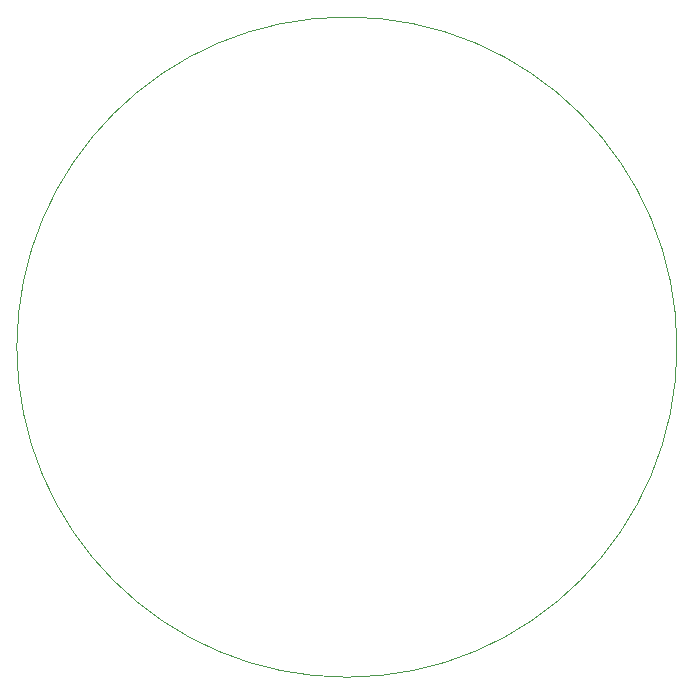
<source format=gbr>
G04 #@! TF.GenerationSoftware,KiCad,Pcbnew,5.1.9-73d0e3b20d~88~ubuntu20.04.1*
G04 #@! TF.CreationDate,2021-04-15T20:46:28+02:00*
G04 #@! TF.ProjectId,FAN-Light,46414e2d-4c69-4676-9874-2e6b69636164,rev?*
G04 #@! TF.SameCoordinates,Original*
G04 #@! TF.FileFunction,Profile,NP*
%FSLAX46Y46*%
G04 Gerber Fmt 4.6, Leading zero omitted, Abs format (unit mm)*
G04 Created by KiCad (PCBNEW 5.1.9-73d0e3b20d~88~ubuntu20.04.1) date 2021-04-15 20:46:28*
%MOMM*%
%LPD*%
G01*
G04 APERTURE LIST*
G04 #@! TA.AperFunction,Profile*
%ADD10C,0.050000*%
G04 #@! TD*
G04 APERTURE END LIST*
D10*
X180347215Y-101600000D02*
G75*
G03*
X180347215Y-101600000I-27947215J0D01*
G01*
M02*

</source>
